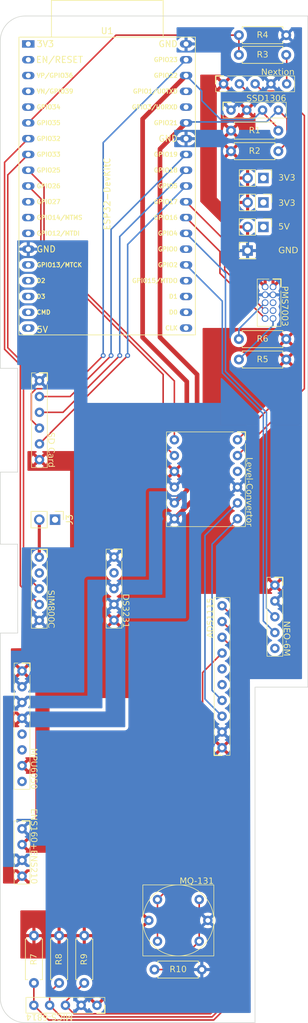
<source format=kicad_pcb>
(kicad_pcb (version 20240108) (generator "pcbnew") (generator_version "8.0")
  (title_block (title "opaque: Open-source Portable Air Quality Unit & Evaluator") (date "2024-12-17") (rev "R1.0") (company "Barkın Özsoy (barkolorious)") (comment 1 "TÜBİTAK 2204-D"))
  (layers (0 "F.Cu" signal) (31 "B.Cu" signal) (34 "B.Paste" user) (35 "F.Paste" user) (36 "B.SilkS" user "B.Silkscreen") (37 "F.SilkS" user "F.Silkscreen") (38 "B.Mask" user) (39 "F.Mask" user) (44 "Edge.Cuts" user))
  (net 0 "")
  (net 2 "5V")
  (net 3 "4V")
  (net 6 "3V3")
  (net 8 "BAT_{Level}")
  (net 9 "BAT_{Charge}")
  (net 10 "BTN_{Record}")
  (net 11 "BTN_{Backup}")
  (net 12 "SCL")
  (net 13 "SDA")
  (net 14 "Net-(U11-INT)")
  (net 15 "INT_{Nextion}")
  (net 16 "GND")
  (net 17 "Net-(U12-SET)")
  (net 18 "Net-(U12-RESET)")
  (net 19 "Net-(U10-A2)")
  (net 20 "Net-(U10-A1)")
  (net 21 "Net-(U10-A0)")
  (net 22 "Net-(R10-Pad1)")
  (net 24 "RX_{PMS7003}")
  (net 27 "RX_{SIM800C}")
  (net 28 "TX_{SIM800C}")
  (net 33 "CLK")
  (net 35 "~{CS}_{SD}")
  (net 36 "TX_{PMS7003}")
  (net 40 "MISO")
  (net 41 "RX_{Nextion}")
  (net 42 "TX_{Nextion}")
  (net 44 "RX_{NEO-6M}")
  (net 47 "MOSI")
  (net 49 "TX_{NEO-6M}")
  (net 56 "Net-(U11-RXD)")
  (net 57 "Net-(U11-TXD)")
  (net 58 "Net-(U10-SCL)")
  (net 59 "Net-(U10-SDA)")
  (net 64 "Net-(U10-A3)")
  (footprint "Connector_PinHeader_2.54mm:PinHeader_1x02_P2.54mm_Vertical" (layer "F.Cu") (at 77.343 59.944 -90)
    (property "Reference" "J2" (hide yes))
    (property "Value" "Conn_01x02_Pin" (hide yes))
    (pad "1" thru_hole rect (at 0 0 270) (size 1.7 1.7) (drill 1) (layers "*.Cu" "*.Mask"))
    (pad "2" thru_hole oval (at 0 2.54 270) (size 1.7 1.7) (drill 1) (layers "*.Cu" "*.Mask") (net 2 "5V"))
  )
  (footprint "opaque-components:MPU6050" (layer "F.Cu") (at 38.5 140.29 -90)
    (property "Reference" "U3" (hide yes))
    (property "Value" "~")
    (fp_text user "MPU6050" (at 10.16 -1.27 -90) (layer "F.SilkS") (effects (font (thickness 0.1)) (justify right bottom)))
    (pad "1" thru_hole circle (at -8.89 0 270) (size 1.524 1.524) (drill 0.762) (layers "*.Cu" "*.Mask") (net 6 "3V3"))
    (pad "2" thru_hole circle (at -6.35 0 270) (size 1.524 1.524) (drill 0.762) (layers "*.Cu" "*.Mask") (net 16 "GND"))
    (pad "3" thru_hole circle (at -3.81 0 270) (size 1.524 1.524) (drill 0.762) (layers "*.Cu" "*.Mask") (net 12 "SCL"))
    (pad "4" thru_hole circle (at -1.27 0 270) (size 1.524 1.524) (drill 0.762) (layers "*.Cu" "*.Mask") (net 13 "SDA"))
    (pad "5" thru_hole circle (at 1.27 0 270) (size 1.524 1.524) (drill 0.762) (layers "*.Cu" "*.Mask"))
    (pad "6" thru_hole circle (at 3.81 0 270) (size 1.524 1.524) (drill 0.762) (layers "*.Cu" "*.Mask"))
    (pad "7" thru_hole circle (at 6.35 0 270) (size 1.524 1.524) (drill 0.762) (layers "*.Cu" "*.Mask") (net 6 "3V3"))
    (pad "8" thru_hole circle (at 8.89 0 270) (size 1.524 1.524) (drill 0.762) (layers "*.Cu" "*.Mask"))
  )
  (footprint "opaque-components:ENS160+ENS210" (layer "F.Cu") (at 38.5 160.61 -90)
    (property "Reference" "U4" (hide yes))
    (property "Value" "~")
    (fp_text user "ENS160+ENS210" (at 5.08 -1.27 -90) (layer "F.SilkS") (effects (font (thickness 0.1)) (justify right bottom)))
    (pad "1" thru_hole circle (at -3.81 0 270) (size 1.524 1.524) (drill 0.762) (layers "*.Cu" "*.Mask") (net 16 "GND"))
    (pad "2" thru_hole circle (at -1.27 0 270) (size 1.524 1.524) (drill 0.762) (layers "*.Cu" "*.Mask") (net 6 "3V3"))
    (pad "3" thru_hole circle (at 1.27 0 270) (size 1.524 1.524) (drill 0.762) (layers "*.Cu" "*.Mask") (net 12 "SCL"))
    (pad "4" thru_hole circle (at 3.81 0 270) (size 1.524 1.524) (drill 0.762) (layers "*.Cu" "*.Mask") (net 13 "SDA"))
  )
  (footprint "Resistor_THT:R_Axial_DIN0207_L6.3mm_D2.5mm_P7.62mm_Horizontal" (layer "F.Cu") (at 81.026 29.083 180)
    (property "Reference" "R4" (at 3.81 0 0) (layer "F.SilkS"))
    (property "Value" "10kΩ")
    (pad "1" thru_hole circle (at 0 0 180) (size 1.6 1.6) (drill 0.8) (layers "*.Cu" "*.Mask") (net 16 "GND"))
    (pad "2" thru_hole oval (at 7.62 0 180) (size 1.6 1.6) (drill 0.8) (layers "*.Cu" "*.Mask") (net 15 "INT_{Nextion}"))
  )
  (footprint "opaque-components:Level-Convertor" (layer "F.Cu") (at 68.1 100.55 -90)
    (property "Reference" "U9" (hide yes))
    (property "Value" "~")
    (fp_text user "Level-Convertor" (at 7.62 -6.35 -90) (layer "F.SilkS") (effects (font (thickness 0.1)) (justify right bottom)))
    (pad "1" thru_hole circle (at -6.35 -5.08 270) (size 1.524 1.524) (drill 0.762) (layers "*.Cu" "*.Mask") (net 57 "Net-(U11-TXD)"))
    (pad "2" thru_hole circle (at -3.81 -5.08 270) (size 1.524 1.524) (drill 0.762) (layers "*.Cu" "*.Mask") (net 56 "Net-(U11-RXD)"))
    (pad "3" thru_hole circle (at -1.27 -5.08 270) (size 1.524 1.524) (drill 0.762) (layers "*.Cu" "*.Mask") (net 2 "5V"))
    (pad "4" thru_hole circle (at 1.27 -5.08 270) (size 1.524 1.524) (drill 0.762) (layers "*.Cu" "*.Mask") (net 16 "GND"))
    (pad "5" thru_hole circle (at 3.81 -5.08 270) (size 1.524 1.524) (drill 0.762) (layers "*.Cu" "*.Mask") (net 58 "Net-(U10-SCL)"))
    (pad "6" thru_hole circle (at 6.35 -5.08 270) (size 1.524 1.524) (drill 0.762) (layers "*.Cu" "*.Mask") (net 59 "Net-(U10-SDA)"))
    (pad "7" thru_hole circle (at -6.35 5.08 270) (size 1.524 1.524) (drill 0.762) (layers "*.Cu" "*.Mask") (net 42 "TX_{Nextion}"))
    (pad "8" thru_hole circle (at -3.81 5.08 270) (size 1.524 1.524) (drill 0.762) (layers "*.Cu" "*.Mask") (net 41 "RX_{Nextion}"))
    (pad "9" thru_hole circle (at -1.27 5.08 270) (size 1.524 1.524) (drill 0.762) (layers "*.Cu" "*.Mask") (net 6 "3V3"))
    (pad "10" thru_hole circle (at 1.27 5.08 270) (size 1.524 1.524) (drill 0.762) (layers "*.Cu" "*.Mask") (net 16 "GND"))
    (pad "11" thru_hole circle (at 3.81 5.08 270) (size 1.524 1.524) (drill 0.762) (layers "*.Cu" "*.Mask") (net 12 "SCL"))
    (pad "12" thru_hole circle (at 6.35 5.08 270) (size 1.524 1.524) (drill 0.762) (layers "*.Cu" "*.Mask") (net 13 "SDA"))
  )
  (footprint "Resistor_THT:R_Axial_DIN0207_L6.3mm_D2.5mm_P7.62mm_Horizontal" (layer "F.Cu") (at 81.026 81.28 180)
    (property "Reference" "R5" (at 3.81 -0.014 0) (layer "F.SilkS"))
    (property "Value" "10kΩ")
    (pad "1" thru_hole circle (at 0 0 180) (size 1.6 1.6) (drill 0.8) (layers "*.Cu" "*.Mask") (net 6 "3V3"))
    (pad "2" thru_hole oval (at 7.62 0 180) (size 1.6 1.6) (drill 0.8) (layers "*.Cu" "*.Mask") (net 17 "Net-(U12-SET)"))
  )
  (footprint "PCM_Espressif:ESP32-DevKitC" (layer "F.Cu") (at 39.5 30.5)
    (property "Reference" "U1" (at 12.7 -2.1 0) (layer "F.SilkS"))
    (property "Value" "ESP32-DevKitC" (at 12.7 24.13 90) (layer "F.SilkS"))
    (fp_text user "GPIO15/MTDO" (at 24.13 38.1 0) (layer "F.SilkS") (effects (font (size 0.7 0.7)) (justify right)))
    (fp_text user "GPIO35" (at 1.27 12.7 0) (layer "F.SilkS") (effects (font (size 0.7 0.7)) (justify left)))
    (fp_text user "GPIO4" (at 24.13 30.48 0) (layer "F.SilkS") (effects (font (size 0.7 0.7)) (justify right)))
    (fp_text user "GPIO3/U0RXD" (at 24.13 10.16 0) (layer "F.SilkS") (effects (font (size 0.7 0.7)) (justify right)))
    (fp_text user "GND" (at 1.27 33.02 0) (layer "F.SilkS") (effects (justify left)))
    (fp_text user "GND" (at 24.13 15.24 0) (layer "F.SilkS") (effects (justify right)))
    (fp_text user "GPIO34" (at 1.27 10.16 0) (layer "F.SilkS") (effects (font (size 0.7 0.7)) (justify left)))
    (fp_text user "GPIO26" (at 1.27 22.86 0) (layer "F.SilkS") (effects (font (size 0.7 0.7)) (justify left)))
    (fp_text user "GPIO27" (at 1.27 25.4 0) (layer "F.SilkS") (effects (font (size 0.7 0.7)) (justify left)))
    (fp_text user "CLK" (at 24.13 45.72 0) (layer "F.SilkS") (effects (font (size 0.7 0.7)) (justify right)))
    (fp_text user "D3" (at 1.27 40.64 0) (layer "F.SilkS") (effects (font (size 0.7 0.7)) (justify left)))
    (fp_text user "GPIO14/MTMS" (at 1.27 27.94 0) (layer "F.SilkS") (effects (font (size 0.7 0.7)) (justify left)))
    (fp_text user "GPIO12/MTDI" (at 1.27 30.48 0) (layer "F.SilkS") (effects (font (size 0.7 0.7)) (justify left)))
    (fp_text user "GPIO2" (at 24.13 35.56 0) (layer "F.SilkS") (effects (font (size 0.7 0.7)) (justify right)))
    (fp_text user "GPIO1/U0TXD" (at 24.13 7.62 0) (layer "F.SilkS") (effects (font (size 0.7 0.7)) (justify right)))
    (fp_text user "GPIO21" (at 24.13 12.7 0) (layer "F.SilkS") (effects (font (size 0.7 0.7)) (justify right)))
    (fp_text user "GPIO19" (at 24.13 17.78 0) (layer "F.SilkS") (effects (font (size 0.7 0.7)) (justify right)))
    (fp_text user "VN/GPIO39" (at 1.27 7.62 0) (layer "F.SilkS") (effects (font (size 0.7 0.7)) (justify left)))
    (fp_text user "5V" (at 1.26632 45.97128 0) (layer "F.SilkS") (effects (justify left)))
    (fp_text user "CMD" (at 1.27 43.18 0) (layer "F.SilkS") (effects (font (size 0.7 0.7)) (justify left)))
    (fp_text user "GPIO32" (at 1.27 15.24 0) (layer "F.SilkS") (effects (font (size 0.7 0.7)) (justify left)))
    (fp_text user "GPIO23" (at 24.13 2.54 0) (layer "F.SilkS") (effects (font (size 0.7 0.7)) (justify right)))
    (fp_text user "GPIO33" (at 1.27 17.78 0) (layer "F.SilkS") (effects (font (size 0.7 0.7)) (justify left)))
    (fp_text user "GND" (at 24.13 0 0) (layer "F.SilkS") (effects (justify right)))
    (fp_text user "GPIO17" (at 24.13 25.4 0) (layer "F.SilkS") (effects (font (size 0.7 0.7)) (justify right)))
    (fp_text user "VP/GPIO36" (at 1.27 5.08 0) (layer "F.SilkS") (effects (font (size 0.7 0.7)) (justify left)))
    (fp_text user "GPIO16" (at 24.13 27.94 0) (layer "F.SilkS") (effects (font (size 0.7 0.7)) (justify right)))
    (fp_text user "EN/RESET" (at 8.88632 2.53728 0) (layer "F.SilkS") (effects (justify right)))
    (fp_text user "D1" (at 24.13 40.64 0) (layer "F.SilkS") (effects (font (size 0.7 0.7)) (justify right)))
    (fp_text user "GPIO25" (at 1.27 20.32 0) (layer "F.SilkS") (effects (font (size 0.7 0.7)) (justify left)))
    (fp_text user "3V3" (at 1.27 0 0) (layer "F.SilkS") (effects (justify left)))
    (fp_text user "D2" (at 1.27 38.1 0) (layer "F.SilkS") (effects (font (size 0.7 0.7)) (justify left)))
    (fp_text user "D0" (at 24.13 43.18 0) (layer "F.SilkS") (effects (font (size 0.7 0.7)) (justify right)))
    (fp_text user "GPIO13/MTCK" (at 1.27 35.56 0) (layer "F.SilkS") (effects (font (size 0.7 0.7)) (justify left)))
    (fp_text user "GPIO18" (at 24.13 20.32 0) (layer "F.SilkS") (effects (font (size 0.7 0.7)) (justify right)))
    (fp_text user "GPIO22" (at 24.13 5.08 0) (layer "F.SilkS") (effects (font (size 0.7 0.7)) (justify right)))
    (fp_text user "GPIO0" (at 24.13 33.02 0) (layer "F.SilkS") (effects (font (size 0.7 0.7)) (justify right)))
    (fp_text user "GPIO5" (at 24.13 22.86 0) (layer "F.SilkS") (effects (font (size 0.7 0.7)) (justify right)))
    (pad "1" thru_hole rect (at 0 0 270) (size 1.2 2) (drill 0.8) (layers "*.Cu" "*.Mask") (net 6 "3V3"))
    (pad "2" thru_hole oval (at 0 2.54 270) (size 1.2 2) (drill 0.8) (layers "*.Cu" "*.Mask"))
    (pad "3" thru_hole oval (at 0 5.08 270) (size 1.2 2) (drill 0.8) (layers "*.Cu" "*.Mask"))
    (pad "4" thru_hole oval (at 0 7.62 270) (size 1.2 2) (drill 0.8) (layers "*.Cu" "*.Mask"))
    (pad "5" thru_hole oval (at 0 10.16 270) (size 1.2 2) (drill 0.8) (layers "*.Cu" "*.Mask") (net 8 "BAT_{Level}"))
    (pad "6" thru_hole oval (at 0 12.7 270) (size 1.2 2) (drill 0.8) (layers "*.Cu" "*.Mask") (net 15 "INT_{Nextion}"))
    (pad "7" thru_hole oval (at 0 15.24 270) (size 1.2 2) (drill 0.8) (layers "*.Cu" "*.Mask") (net 28 "TX_{SIM800C}"))
    (pad "8" thru_hole oval (at 0 17.78 270) (size 1.2 2) (drill 0.8) (layers "*.Cu" "*.Mask") (net 27 "RX_{SIM800C}"))
    (pad "9" thru_hole oval (at 0 20.32 270) (size 1.2 2) (drill 0.8) (layers "*.Cu" "*.Mask") (net 42 "TX_{Nextion}"))
    (pad "10" thru_hole oval (at 0 22.86 270) (size 1.2 2) (drill 0.8) (layers "*.Cu" "*.Mask") (net 41 "RX_{Nextion}"))
    (pad "11" thru_hole oval (at 0 25.4 270) (size 1.2 2) (drill 0.8) (layers "*.Cu" "*.Mask") (net 9 "BAT_{Charge}"))
    (pad "12" thru_hole oval (at 0 27.94 270) (size 1.2 2) (drill 0.8) (layers "*.Cu" "*.Mask"))
    (pad "13" thru_hole oval (at 0 30.48 270) (size 1.2 2) (drill 0.8) (layers "*.Cu" "*.Mask"))
    (pad "14" thru_hole oval (at 0 33.02 270) (size 1.2 2) (drill 0.8) (layers "*.Cu" "*.Mask") (net 16 "GND"))
    (pad "15" thru_hole oval (at 0 35.56 270) (size 1.2 2) (drill 0.8) (layers "*.Cu" "*.Mask"))
    (pad "16" thru_hole oval (at 0 38.1 270) (size 1.2 2) (drill 0.8) (layers "*.Cu" "*.Mask"))
    (pad "17" thru_hole oval (at 0 40.64 270) (size 1.2 2) (drill 0.8) (layers "*.Cu" "*.Mask"))
    (pad "18" thru_hole oval (at 0 43.18 270) (size 1.2 2) (drill 0.8) (layers "*.Cu" "*.Mask"))
    (pad "19" thru_hole oval (at 0 45.72 270) (size 1.2 2) (drill 0.8) (layers "*.Cu" "*.Mask"))
    (pad "20" thru_hole oval (at 25.39632 45.71728 270) (size 1.2 2) (drill 0.8) (layers "*.Cu" "*.Mask"))
    (pad "21" thru_hole oval (at 25.39632 43.17728 270) (size 1.2 2) (drill 0.8) (layers "*.Cu" "*.Mask"))
    (pad "22" thru_hole oval (at 25.4 40.64 270) (size 1.2 2) (drill 0.8) (layers "*.Cu" "*.Mask"))
    (pad "23" thru_hole oval (at 25.4 38.1 270) (size 1.2 2) (drill 0.8) (layers "*.Cu" "*.Mask") (net 11 "BTN_{Backup}"))
    (pad "24" thru_hole oval (at 25.4 35.56 270) (size 1.2 2) (drill 0.8) (layers "*.Cu" "*.Mask") (net 44 "RX_{NEO-6M}"))
    (pad "25" thru_hole oval (at 25.4 33.02 270) (size 1.2 2) (drill 0.8) (layers "*.Cu" "*.Mask") (net 10 "BTN_{Record}"))
    (pad "26" thru_hole oval (at 25.4 30.48 270) (size 1.2 2) (drill 0.8) (layers "*.Cu" "*.Mask") (net 49 "TX_{NEO-6M}"))
    (pad "27" thru_hole oval (at 25.4 27.94 270) (size 1.2 2) (drill 0.8) (layers "*.Cu" "*.Mask") (net 36 "TX_{PMS7003}"))
    (pad "28" thru_hole oval (at 25.4 25.4 270) (size 1.2 2) (drill 0.8) (layers "*.Cu" "*.Mask") (net 24 "RX_{PMS7003}"))
    (pad "29" thru_hole oval (at 25.4 22.86 270) (size 1.2 2) (drill 0.8) (layers "*.Cu" "*.Mask") (net 35 "~{CS}_{SD}"))
    (pad "30" thru_hole oval (at 25.4 20.32 270) (size 1.2 2) (drill 0.8) (layers "*.Cu" "*.Mask") (net 33 "CLK"))
    (pad "31" thru_hole oval (at 25.4 17.78 270) (size 1.2 2) (drill 0.8) (layers "*.Cu" "*.Mask") (net 40 "MISO"))
    (pad "32" thru_hole oval (at 25.4 15.24 270) (size 1.2 2) (drill 0.8) (layers "*.Cu" "*.Mask") (net 16 "GND"))
    (pad "33" thru_hole oval (at 25.4 12.7 270) (size 1.2 2) (drill 0.8) (layers "*.Cu" "*.Mask") (net 13 "SDA"))
    (pad "34" thru_hole oval (at 25.4 10.16 270) (size 1.2 2) (drill 0.8) (layers "*.Cu" "*.Mask"))
    (pad "35" thru_hole oval (at 25.4 7.62 270) (size 1.2 2) (drill 0.8) (layers "*.Cu" "*.Mask"))
    (pad "36" thru_hole oval (at 25.4 5.08 270) (size 1.2 2) (drill 0.8) (layers "*.Cu" "*.Mask") (net 12 "SCL"))
    (pad "37" thru_hole oval (at 25.4 2.54 270) (size 1.2 2) (drill 0.8) (layers "*.Cu" "*.Mask") (net 47 "MOSI"))
    (pad "38" thru_hole oval (at 25.4 0 270) (size 1.2 2) (drill 0.8) (layers "*.Cu" "*.Mask") (net 16 "GND"))
  )
  (footprint "Resistor_THT:R_Axial_DIN0207_L6.3mm_D2.5mm_P7.62mm_Horizontal" (layer "F.Cu") (at 72.136 47.752)
    (property "Reference" "R2" (at 3.81 0 0) (layer "F.SilkS"))
    (property "Value" "3.3kΩ")
    (pad "1" thru_hole circle (at 0 0) (size 1.6 1.6) (drill 0.8) (layers "*.Cu" "*.Mask") (net 6 "3V3"))
    (pad "2" thru_hole oval (at 7.62 0) (size 1.6 1.6) (drill 0.8) (layers "*.Cu" "*.Mask") (net 13 "SDA"))
  )
  (footprint "Resistor_THT:R_Axial_DIN0207_L6.3mm_D2.5mm_P7.62mm_Horizontal" (layer "F.Cu") (at 73.406 32.258)
    (property "Reference" "R3" (at 3.81 0 0) (layer "F.SilkS"))
    (property "Value" "5.6kΩ")
    (pad "1" thru_hole circle (at 0 0) (size 1.6 1.6) (drill 0.8) (layers "*.Cu" "*.Mask") (net 15 "INT_{Nextion}"))
    (pad "2" thru_hole oval (at 7.62 0) (size 1.6 1.6) (drill 0.8) (layers "*.Cu" "*.Mask") (net 14 "Net-(U11-INT)"))
  )
  (footprint "opaque-components:MQ-131" (layer "F.Cu") (at 63.658757 171.541243)
    (property "Reference" "U14" (hide yes))
    (property "Value" "~")
    (fp_text user "MQ-131" (at 5.715 -5.715 0) (layer "F.SilkS") (effects (font (thickness 0.1)) (justify right bottom)))
    (pad "1" thru_hole circle (at -3.358757 3.358757) (size 1.524 1.524) (drill 0.762) (layers "*.Cu" "*.Mask") (net 21 "Net-(U10-A0)"))
    (pad "2" thru_hole circle (at -4.75 0) (size 1.524 1.524) (drill 0.762) (layers "*.Cu" "*.Mask") (net 2 "5V"))
    (pad "3" thru_hole circle (at -3.358757 -3.358757) (size 1.524 1.524) (drill 0.762) (layers "*.Cu" "*.Mask") (net 21 "Net-(U10-A0)"))
    (pad "4" thru_hole circle (at 3.358757 -3.358757) (size 1.524 1.524) (drill 0.762) (layers "*.Cu" "*.Mask") (net 22 "Net-(R10-Pad1)"))
    (pad "5" thru_hole circle (at 4.75 0) (size 1.524 1.524) (drill 0.762) (layers "*.Cu" "*.Mask") (net 16 "GND"))
    (pad "6" thru_hole circle (at 3.358757 3.358757) (size 1.524 1.524) (drill 0.762) (layers "*.Cu" "*.Mask") (net 22 "Net-(R10-Pad1)"))
  )
  (footprint "opaque-components:SD_Card" (layer "F.Cu") (at 41.3 91.05 -90)
    (property "Reference" "U6" (hide yes))
    (property "Value" "~")
    (fp_text user "SD Card" (at 7.62 -1.27 -90) (layer "F.SilkS") (effects (font (thickness 0.1)) (justify right bottom)))
    (pad "1" thru_hole circle (at -6.35 0 270) (size 1.524 1.524) (drill 0.762) (layers "*.Cu" "*.Mask") (net 16 "GND"))
    (pad "2" thru_hole circle (at -3.81 0 270) (size 1.524 1.524) (drill 0.762) (layers "*.Cu" "*.Mask") (net 40 "MISO"))
    (pad "3" thru_hole circle (at -1.27 0 270) (size 1.524 1.524) (drill 0.762) (layers "*.Cu" "*.Mask") (net 33 "CLK"))
    (pad "4" thru_hole circle (at 1.27 0 270) (size 1.524 1.524) (drill 0.762) (layers "*.Cu" "*.Mask") (net 47 "MOSI"))
    (pad "5" thru_hole circle (at 3.81 0 270) (size 1.524 1.524) (drill 0.762) (layers "*.Cu" "*.Mask") (net 35 "~{CS}_{SD}"))
    (pad "6" thru_hole circle (at 6.35 0 270) (size 1.524 1.524) (drill 0.762) (layers "*.Cu" "*.Mask") (net 6 "3V3"))
  )
  (footprint "Connector_PinHeader_2.54mm:PinHeader_1x01_P2.54mm_Vertical" (layer "F.Cu") (at 74.803 63.754)
    (property "Reference" "J1" (hide yes))
    (property "Value" "Conn_01x01_Socket" (hide yes))
    (pad "1" thru_hole rect (at 0 0) (size 1.7 1.7) (drill 1) (layers "*.Cu" "*.Mask") (net 16 "GND"))
  )
  (footprint "opaque-components:SIM800C" (layer "F.Cu") (at 41.275 117.54 -90)
    (property "Reference" "U5" (hide yes))
    (property "Value" "~")
    (fp_text user "SIM800C" (at 6.985 -1.27 -90) (layer "F.SilkS") (effects (font (thickness 0.1)) (justify right bottom)))
    (pad "1" thru_hole circle (at -4.445 0 270) (size 1.524 1.524) (drill 0.762) (layers "*.Cu" "*.Mask") (net 3 "4V"))
    (pad "2" thru_hole circle (at -1.905 0 270) (size 1.524 1.524) (drill 0.762) (layers "*.Cu" "*.Mask"))
    (pad "3" thru_hole circle (at 0.635 0 270) (size 1.524 1.524) (drill 0.762) (layers "*.Cu" "*.Mask") (net 27 "RX_{SIM800C}"))
    (pad "4" thru_hole circle (at 3.175 0 270) (size 1.524 1.524) (drill 0.762) (layers "*.Cu" "*.Mask") (net 28 "TX_{SIM800C}"))
    (pad "5" thru_hole circle (at 5.715 0 270) (size 1.524 1.524) (drill 0.762) (layers "*.Cu" "*.Mask") (net 16 "GND"))
  )
  (footprint "Connector_PinHeader_2.54mm:PinHeader_1x02_P2.54mm_Vertical" (layer "F.Cu") (at 77.348 56.007 -90)
    (property "Reference" "J4" (hide yes))
    (property "Value" "Conn_01x02_Pin" (hide yes))
    (pad "1" thru_hole rect (at 0 0 270) (size 1.7 1.7) (drill 1) (layers "*.Cu" "*.Mask"))
    (pad "2" thru_hole oval (at 0 2.54 270) (size 1.7 1.7) (drill 1) (layers "*.Cu" "*.Mask") (net 6 "3V3"))
  )
  (footprint "Resistor_THT:R_Axial_DIN0207_L6.3mm_D2.5mm_P7.62mm_Horizontal" (layer "F.Cu") (at 81.026 77.992 180)
    (property "Reference" "R6" (at 3.81 0 0) (layer "F.SilkS"))
    (property "Value" "10kΩ")
    (pad "1" thru_hole circle (at 0 0 180) (size 1.6 1.6) (drill 0.8) (layers "*.Cu" "*.Mask") (net 6 "3V3"))
    (pad "2" thru_hole oval (at 7.62 0 180) (size 1.6 1.6) (drill 0.8) (layers "*.Cu" "*.Mask") (net 18 "Net-(U12-RESET)"))
  )
  (footprint "Connector_PinHeader_2.54mm:PinHeader_1x02_P2.54mm_Vertical" (layer "F.Cu") (at 77.348 52.07 -90)
    (property "Reference" "J5" (hide yes))
    (property "Value" "Conn_01x02_Pin" (hide yes))
    (pad "1" thru_hole rect (at 0 0 270) (size 1.7 1.7) (drill 1) (layers "*.Cu" "*.Mask"))
    (pad "2" thru_hole oval (at 0 2.54 270) (size 1.7 1.7) (drill 1) (layers "*.Cu" "*.Mask") (net 6 "3V3"))
  )
  (footprint "opaque-components:NX4827P043" (layer "F.Cu") (at 76.02 36.92)
    (property "Reference" "U11" (hide yes))
    (property "Value" "~")
    (fp_text user "Nextion" (at 6.35 -1.27 0) (layer "F.SilkS") (effects (font (thickness 0.1)) (justify right bottom)))
    (pad "1" thru_hole circle (at -5.08 0) (size 1.524 1.524) (drill 0.762) (layers "*.Cu" "*.Mask") (net 2 "5V"))
    (pad "2" thru_hole circle (at -2.54 0) (size 1.524 1.524) (drill 0.762) (layers "*.Cu" "*.Mask") (net 57 "Net-(U11-TXD)"))
    (pad "3" thru_hole circle (at 0 0) (size 1.524 1.524) (drill 0.762) (layers "*.Cu" "*.Mask") (net 56 "Net-(U11-RXD)"))
    (pad "4" thru_hole circle (at 2.54 0) (size 1.524 1.524) (drill 0.762) (layers "*.Cu" "*.Mask") (net 16 "GND"))
    (pad "5" thru_hole circle (at 5.08 0) (size 1.524 1.524) (drill 0.762) (layers "*.Cu" "*.Mask") (net 14 "Net-(U11-INT)"))
  )
  (footprint "opaque-components:NEO-6M" (layer "F.Cu") (at 79.2 122.68 -90)
    (property "Reference" "U7" (hide yes))
    (property "Value" "~")
    (fp_text user "NEO-6M" (at 6.35 -1.27 -90) (layer "F.SilkS") (effects (font (thickness 0.1)) (justify right bottom)))
    (pad "1" thru_hole circle (at -5.08 0 270) (size 1.524 1.524) (drill 0.762) (layers "*.Cu" "*.Mask") (net 6 "3V3"))
    (pad "2" thru_hole circle (at -2.54 0 270) (size 1.524 1.524) (drill 0.762) (layers "*.Cu" "*.Mask") (net 16 "GND"))
    (pad "3" thru_hole circle (at 0 0 270) (size 1.524 1.524) (drill 0.762) (layers "*.Cu" "*.Mask") (net 49 "TX_{NEO-6M}"))
    (pad "4" thru_hole circle (at 2.54 0 270) (size 1.524 1.524) (drill 0.762) (layers "*.Cu" "*.Mask") (net 44 "RX_{NEO-6M}"))
    (pad "5" thru_hole circle (at 5.08 0 270) (size 1.524 1.524) (drill 0.762) (layers "*.Cu" "*.Mask"))
  )
  (footprint "Connector_PinHeader_2.54mm:PinHeader_1x02_P2.54mm_Vertical" (layer "F.Cu") (at 43.815 107.05 -90)
    (property "Reference" "J3" (at 0 -2.33 90) (layer "F.SilkS"))
    (property "Value" "Conn_01x02_Pin" (hide yes))
    (pad "1" thru_hole rect (at 0 0 270) (size 1.7 1.7) (drill 1) (layers "*.Cu" "*.Mask"))
    (pad "2" thru_hole oval (at 0 2.54 270) (size 1.7 1.7) (drill 1) (layers "*.Cu" "*.Mask") (net 3 "4V"))
  )
  (footprint "Resistor_THT:R_Axial_DIN0207_L6.3mm_D2.5mm_P7.62mm_Horizontal" (layer "F.Cu") (at 72.136 44.45)
    (property "Reference" "R1" (at 3.81 0 0) (layer "F.SilkS"))
    (property "Value" "3.3kΩ")
    (pad "1" thru_hole circle (at 0 0) (size 1.6 1.6) (drill 0.8) (layers "*.Cu" "*.Mask") (net 6 "3V3"))
    (pad "2" thru_hole oval (at 7.62 0) (size 1.6 1.6) (drill 0.8) (layers "*.Cu" "*.Mask") (net 12 "SCL"))
  )
  (footprint "Resistor_THT:R_Axial_DIN0207_L6.3mm_D2.5mm_P7.62mm_Horizontal" (layer "F.Cu") (at 48.514 181.61 90)
    (property "Reference" "R9" (at 3.81 0 90) (layer "F.SilkS"))
    (property "Value" "47kΩ")
    (pad "1" thru_hole circle (at 0 0 90) (size 1.6 1.6) (drill 0.8) (layers "*.Cu" "*.Mask") (net 20 "Net-(U10-A1)"))
    (pad "2" thru_hole oval (at 7.62 0 90) (size 1.6 1.6) (drill 0.8) (layers "*.Cu" "*.Mask") (net 2 "5V"))
  )
  (footprint "Resistor_THT:R_Axial_DIN0207_L6.3mm_D2.5mm_P7.62mm_Horizontal" (layer "F.Cu") (at 44.464 181.61 90)
    (property "Reference" "R8" (at 3.81 0 90) (layer "F.SilkS"))
    (property "Value" "47kΩ")
    (pad "1" thru_hole circle (at 0 0 90) (size 1.6 1.6) (drill 0.8) (layers "*.Cu" "*.Mask") (net 19 "Net-(U10-A2)"))
    (pad "2" thru_hole oval (at 7.62 0 90) (size 1.6 1.6) (drill 0.8) (layers "*.Cu" "*.Mask") (net 2 "5V"))
  )
  (footprint "opaque-components:SSD1306" (layer "F.Cu") (at 75.946 41.148)
    (property "Reference" "U8" (hide yes))
    (property "Value" "~")
    (fp_text user "SSD1306" (at 5.08 -1.27 0) (layer "F.SilkS") (effects (font (thickness 0.1)) (justify right bottom)))
    (pad "1" thru_hole circle (at -3.81 0) (size 1.524 1.524) (drill 0.762) (layers "*.Cu" "*.Mask") (net 16 "GND"))
    (pad "2" thru_hole circle (at -1.27 0) (size 1.524 1.524) (drill 0.762) (layers "*.Cu" "*.Mask") (net 6 "3V3"))
    (pad "3" thru_hole circle (at 1.27 0) (size 1.524 1.524) (drill 0.762) (layers "*.Cu" "*.Mask") (net 12 "SCL"))
    (pad "4" thru_hole circle (at 3.81 0) (size 1.524 1.524) (drill 0.762) (layers "*.Cu" "*.Mask") (net 13 "SDA"))
  )
  (footprint "opaque-components:MICS-6814" (layer "F.Cu") (at 45.48 185.2 180)
    (property "Reference" "U13" (hide yes))
    (property "Value" "~")
    (fp_text user "MICS-6814" (at 6.35 -1.27 180) (layer "F.SilkS") (effects (font (thickness 0.1)) (justify right bottom)))
    (pad "1" thru_hole circle (at -5.08 0 180) (size 1.524 1.524) (drill 0.762) (layers "*.Cu" "*.Mask") (net 2 "5V"))
    (pad "2" thru_hole circle (at -2.54 0 180) (size 1.524 1.524) (drill 0.762) (layers "*.Cu" "*.Mask") (net 16 "GND"))
    (pad "3" thru_hole circle (at 0 0 180) (size 1.524 1.524) (drill 0.762) (layers "*.Cu" "*.Mask") (net 20 "Net-(U10-A1)"))
    (pad "4" thru_hole circle (at 2.54 0 180) (size 1.524 1.524) (drill 0.762) (layers "*.Cu" "*.Mask") (net 19 "Net-(U10-A2)"))
    (pad "5" thru_hole circle (at 5.08 0 180) (size 1.524 1.524) (drill 0.762) (layers "*.Cu" "*.Mask") (net 64 "Net-(U10-A3)"))
  )
  (footprint "Resistor_THT:R_Axial_DIN0207_L6.3mm_D2.5mm_P7.62mm_Horizontal" (layer "F.Cu") (at 59.817 179.451)
    (property "Reference" "R10" (at 3.81 0 0) (layer "F.SilkS"))
    (property "Value" "1MΩ")
    (pad "1" thru_hole circle (at 0 0) (size 1.6 1.6) (drill 0.8) (layers "*.Cu" "*.Mask") (net 22 "Net-(R10-Pad1)"))
    (pad "2" thru_hole oval (at 7.62 0) (size 1.6 1.6) (drill 0.8) (layers "*.Cu" "*.Mask") (net 16 "GND"))
  )
  (footprint "Resistor_THT:R_Axial_DIN0207_L6.3mm_D2.5mm_P7.62mm_Horizontal" (layer "F.Cu") (at 40.414 181.61 90)
    (property "Reference" "R7" (at 3.81 0 90) (layer "F.SilkS"))
    (property "Value" "47kΩ")
    (pad "1" thru_hole circle (at 0 0 90) (size 1.6 1.6) (drill 0.8) (layers "*.Cu" "*.Mask") (net 64 "Net-(U10-A3)"))
    (pad "2" thru_hole oval (at 7.62 0 90) (size 1.6 1.6) (drill 0.8) (layers "*.Cu" "*.Mask") (net 2 "5V"))
  )
  (footprint "opaque-components:PMS7003" (layer "F.Cu") (at 78.265 72.14 -90)
    (property "Reference" "U12" (hide yes))
    (property "Value" "~")
    (fp_text user "PMS7003" (at 3.81 -1.905 -90) (layer "F.SilkS") (effects (font (thickness 0.1)) (justify right bottom)))
    (pad "1" thru_hole circle (at -2.54 0.635 270) (size 1.1 1.1) (drill 0.762) (layers "*.Cu" "*.Mask") (net 2 "5V"))
    (pad "2" thru_hole circle (at -2.54 -0.635 270) (size 1.1 1.1) (drill 0.762) (layers "*.Cu" "*.Mask") (net 2 "5V"))
    (pad "3" thru_hole circle (at -1.27 0.635 270) (size 1.1 1.1) (drill 0.762) (layers "*.Cu" "*.Mask") (net 16 "GND"))
    (pad "4" thru_hole circle (at -1.27 -0.635 270) (size 1.1 1.1) (drill 0.762) (layers "*.Cu" "*.Mask") (net 16 "GND"))
    (pad "5" thru_hole circle (at 0 0.635 270) (size 1.1 1.1) (drill 0.762) (layers "*.Cu" "*.Mask") (net 18 "Net-(U12-RESET)"))
    (pad "6" thru_hole circle (at 0 -0.635 270) (size 1.1 1.1) (drill 0.762) (layers "*.Cu" "*.Mask"))
    (pad "7" thru_hole circle (at 1.27 0.635 270) (size 1.1 1.1) (drill 0.762) (layers "*.Cu" "*.Mask") (net 24 "RX_{PMS7003}"))
    (pad "8" thru_hole circle (at 1.27 -0.635 270) (size 1.1 1.1) (drill 0.762) (layers "*.Cu" "*.Mask"))
    (pad "9" thru_hole circle (at 2.54 0.635 270) (size 1.1 1.1) (drill 0.762) (layers "*.Cu" "*.Mask") (net 36 "TX_{PMS7003}"))
    (pad "10" thru_hole circle (at 2.54 -0.635 270) (size 1.1 1.1) (drill 0.762) (layers "*.Cu" "*.Mask") (net 17 "Net-(U12-SET)"))
  )
  (footprint "opaque-components:DS3231" (layer "F.Cu") (at 53.3 118.15 -90)
    (property "Reference" "U2" (hide yes))
    (property "Value" "~")
    (fp_text user "DS3231" (at 6.35 -1.27 -90) (layer "F.SilkS") (effects (font (thickness 0.1)) (justify right bottom)))
    (pad "1" thru_hole circle (at -5.08 0 270) (size 1.524 1.524) (drill 0.762) (layers "*.Cu" "*.Mask") (net 16 "GND"))
    (pad "2" thru_hole circle (at -2.54 0 270) (size 1.524 1.524) (drill 0.762) (layers "*.Cu" "*.Mask"))
    (pad "3" thru_hole circle (at 0 0 270) (size 1.524 1.524) (drill 0.762) (layers "*.Cu" "*.Mask") (net 12 "SCL"))
    (pad "4" thru_hole circle (at 2.54 0 270) (size 1.524 1.524) (drill 0.762) (layers "*.Cu" "*.Mask") (net 13 "SDA"))
    (pad "5" thru_hole circle (at 5.08 0 270) (size 1.524 1.524) (drill 0.762) (layers "*.Cu" "*.Mask") (net 6 "3V3"))
  )
  (footprint "clipboard:4caf8f08-ef57-4cd8-b036-9392498239b6" (layer "F.Cu") (at 39.116 186.436 180)
    (property "Reference" "" (at 0 0 0) (layer "F.SilkS") (effects (font (size 1.27 1.27))))
    (property "Value" "")
  )
  (footprint "opaque-components:ADS1115" (layer "F.Cu") (at 70.7 132.33 90)
    (property "Reference" "U10" (hide yes))
    (property "Value" "~")
    (fp_text user "ADS1115" (at 12.7 -1.27 90) (layer "F.SilkS") (effects (font (thickness 0.1)) (justify right bottom)))
    (pad "1" thru_hole circle (at -11.43 0 90) (size 1.524 1.524) (drill 0.762) (layers "*.Cu" "*.Mask") (net 2 "5V"))
    (pad "2" thru_hole circle (at -8.89 0 90) (size 1.524 1.524) (drill 0.762) (layers "*.Cu" "*.Mask") (net 16 "GND"))
    (pad "3" thru_hole circle (at -6.35 0 90) (size 1.524 1.524) (drill 0.762) (layers "*.Cu" "*.Mask") (net 58 "Net-(U10-SCL)"))
    (pad "4" thru_hole circle (at -3.81 0 90) (size 1.524 1.524) (drill 0.762) (layers "*.Cu" "*.Mask") (net 59 "Net-(U10-SDA)"))
    (pad "5" thru_hole circle (at -1.27 0 90) (size 1.524 1.524) (drill 0.762) (layers "*.Cu" "*.Mask"))
    (pad "6" thru_hole circle (at 1.27 0 90) (size 1.524 1.524) (drill 0.762) (layers "*.Cu" "*.Mask"))
    (pad "7" thru_hole circle (at 3.81 0 90) (size 1.524 1.524) (drill 0.762) (layers "*.Cu" "*.Mask") (net 21 "Net-(U10-A0)"))
    (pad "8" thru_hole circle (at 6.35 0 90) (size 1.524 1.524) (drill 0.762) (layers "*.Cu" "*.Mask") (net 20 "Net-(U10-A1)"))
    (pad "9" thru_hole circle (at 8.89 0 90) (size 1.524 1.524) (drill 0.762) (layers "*.Cu" "*.Mask") (net 19 "Net-(U10-A2)"))
    (pad "10" thru_hole circle (at 11.43 0 90) (size 1.524 1.524) (drill 0.762) (layers "*.Cu" "*.Mask") (net 64 "Net-(U10-A3)"))
  )
  (gr_line (start 76 134) (end 76 188) (stroke (width 0.1)) (layer "Edge.Cuts"))
  (gr_line (start 37.8 125.3) (end 37.8 111) (stroke (width 0.1)) (layer "Edge.Cuts"))
  (gr_line (start 84.5 134) (end 76 134) (stroke (width 0.1)) (layer "Edge.Cuts"))
  (gr_line (start 84.5 26) (end 84.5 134) (stroke (width 0.1)) (layer "Edge.Cuts"))
  (gr_line (start 37.8 99.4) (end 37.8 82.7) (stroke (width 0.1)) (layer "Edge.Cuts"))
  (gr_line (start 39 26) (end 84.5 26) (stroke (width 0.1)) (layer "Edge.Cuts"))
  (gr_arc (start 35 30) (mid 36.171573 27.171573) (end 39 26) (stroke (width 0.1)) (layer "Edge.Cuts"))
  (gr_line (start 35 99.4) (end 37.8 99.4) (stroke (width 0.1)) (layer "Edge.Cuts"))
  (gr_line (start 35 125.3) (end 37.8 125.3) (stroke (width 0.1)) (layer "Edge.Cuts"))
  (gr_line (start 37.8 82.7) (end 35 82.7) (stroke (width 0.1)) (layer "Edge.Cuts"))
  (gr_line (start 35 184) (end 35 125.3) (stroke (width 0.1)) (layer "Edge.Cuts"))
  (gr_arc (start 39 188) (mid 36.171573 186.828427) (end 35 184) (stroke (width 0.1)) (layer "Edge.Cuts"))
  (gr_line (start 76 188) (end 39 188) (stroke (width 0.1)) (layer "Edge.Cuts"))
  (gr_line (start 35 111) (end 35 99.4) (stroke (width 0.1)) (layer "Edge.Cuts"))
  (gr_line (start 35 82.7) (end 35 30) (stroke (width 0.1)) (layer "Edge.Cuts"))
  (gr_line (start 37.8 111) (end 35 111) (stroke (width 0.1)) (layer "Edge.Cuts"))
  (gr_text "3V3" (at 79.756 56.134 0) (layer "F.SilkS") (effects (font (size 1 1)) (justify left)))
  (gr_text "5V" (at 79.756 59.944 0) (layer "F.SilkS") (effects (font (size 1 1)) (justify left)))
  (gr_text "GND" (at 79.756 63.754 0) (layer "F.SilkS") (effects (font (size 1 1)) (justify left)))
  (gr_text "3V3" (at 79.756 52.07 0) (layer "F.SilkS") (effects (font (size 1 1)) (justify left)))
  (segment (start 77.63 69.6) (end 77.63 67.851) (width 0.5) (layer "F.Cu") (net 2))
  (segment (start 78.9 69.6) (end 78.9 67.818) (width 0.5) (layer "F.Cu") (net 2))
  (segment (start 41.275 113.095) (end 41.275 107.05) (width 0.5) (layer "F.Cu") (net 3))
  (segment (start 79.756 44.45) (end 79.756 44.069) (width 0.25) (layer "F.Cu") (net 12))
  (segment (start 65.024 102.356) (end 65.024 84.836) (width 0.75) (layer "F.Cu") (net 12))
  (segment (start 63.02 104.36) (end 65.024 102.356) (width 0.75) (layer "F.Cu") (net 12))
  (segment (start 79.756 44.069) (end 77.216 41.529) (width 0.25) (layer "F.Cu") (net 12))
  (segment (start 65.024 84.836) (end 57.912 77.724) (width 0.75) (layer "F.Cu") (net 12))
  (segment (start 57.912 77.724) (end 57.912 42.568) (width 0.75) (layer "F.Cu") (net 12))
  (segment (start 57.912 42.568) (end 64.9 35.58) (width 0.75) (layer "F.Cu") (net 12))
  (segment (start 77.216 41.529) (end 77.216 41.148) (width 0.25) (layer "F.Cu") (net 12))
  (segment (start 77.216 41.148) (end 75.692 42.672) (width 0.25) (layer "B.Cu") (net 12))
  (segment (start 67.437 38.1) (end 64.917 35.58) (width 0.25) (layer "B.Cu") (net 12))
  (segment (start 61.468 103.251) (end 64.516 103.251) (width 0.25) (layer "B.Cu") (net 12))
  (segment (start 67.437 39.624) (end 67.437 38.1) (width 0.25) (layer "B.Cu") (net 12))
  (segment (start 64.917 35.58) (end 64.9 35.58) (width 0.25) (layer "B.Cu") (net 12))
  (segment (start 70.485 42.672) (end 67.437 39.624) (width 0.25) (layer "B.Cu") (net 12))
  (segment (start 75.692 42.672) (end 70.485 42.672) (width 0.25) (layer "B.Cu") (net 12))
  (segment (start 81.153 46.355) (end 79.756 47.752) (width 0.25) (layer "F.Cu") (net 13))
  (segment (start 79.756 41.148) (end 81.153 42.545) (width 0.25) (layer "F.Cu") (net 13))
  (segment (start 60.706 77.724) (end 60.706 47.394) (width 0.75) (layer "F.Cu") (net 13))
  (segment (start 81.153 42.545) (end 81.153 46.355) (width 0.25) (layer "F.Cu") (net 13))
  (segment (start 63.02 106.9) (end 66.675 103.245) (width 0.75) (layer "F.Cu") (net 13))
  (segment (start 60.706 47.394) (end 64.9 43.2) (width 0.75) (layer "F.Cu") (net 13))
  (segment (start 66.675 83.693) (end 60.706 77.724) (width 0.75) (layer "F.Cu") (net 13))
  (segment (start 66.675 103.245) (end 66.675 83.693) (width 0.75) (layer "F.Cu") (net 13))
  (segment (start 77.855 43.049) (end 65.051 43.049) (width 0.25) (layer "B.Cu") (net 13))
  (segment (start 65.051 43.049) (end 64.9 43.2) (width 0.25) (layer "B.Cu") (net 13))
  (segment (start 79.756 41.148) (end 77.855 43.049) (width 0.25) (layer "B.Cu") (net 13))
  (segment (start 81.1 36.92) (end 81.1 32.332) (width 0.25) (layer "F.Cu") (net 14))
  (segment (start 81.1 32.332) (end 81.026 32.258) (width 0.25) (layer "F.Cu") (net 14))
  (segment (start 73.406 29.083) (end 53.617 29.083) (width 0.25) (layer "F.Cu") (net 15))
  (segment (start 73.406 29.083) (end 73.406 32.258) (width 0.25) (layer "F.Cu") (net 15))
  (segment (start 53.617 29.083) (end 39.5 43.2) (width 0.25) (layer "F.Cu") (net 15))
  (segment (start 78.9 70.87) (end 80.768 70.87) (width 0.5) (layer "B.Cu") (net 16))
  (segment (start 77.63 70.87) (end 78.9 70.87) (width 0.5) (layer "B.Cu") (net 16))
  (segment (start 80.768 70.87) (end 80.772 70.866) (width 0.5) (layer "B.Cu") (net 16))
  (segment (start 77.63 70.87) (end 75.823 70.87) (width 0.5) (layer "B.Cu") (net 16))
  (segment (start 78.9 75.786) (end 73.406 81.28) (width 0.25) (layer "B.Cu") (net 17))
  (segment (start 78.9 74.68) (end 78.9 75.786) (width 0.25) (layer "B.Cu") (net 17))
  (segment (start 73.406 76.364) (end 77.63 72.14) (width 0.25) (layer "B.Cu") (net 18))
  (segment (start 73.406 77.992) (end 73.406 76.364) (width 0.25) (layer "B.Cu") (net 18))
  (segment (start 73.914 126.654) (end 70.7 123.44) (width 0.25) (layer "F.Cu") (net 19))
  (segment (start 69.088 187.071) (end 73.914 182.245) (width 0.25) (layer "F.Cu") (net 19))
  (segment (start 42.94 185.2) (end 44.811 187.071) (width 0.25) (layer "F.Cu") (net 19))
  (segment (start 44.811 187.071) (end 69.088 187.071) (width 0.25) (layer "F.Cu") (net 19))
  (segment (start 42.94 185.2) (end 42.94 183.134) (width 0.25) (layer "F.Cu") (net 19))
  (segment (start 42.94 183.134) (end 44.464 181.61) (width 0.25) (layer "F.Cu") (net 19))
  (segment (start 73.914 182.245) (end 73.914 126.654) (width 0.25) (layer "F.Cu") (net 19))
  (segment (start 45.48 184.644) (end 45.48 185.2) (width 0.25) (layer "F.Cu") (net 20))
  (segment (start 45.48 185.2) (end 46.843 186.563) (width 0.25) (layer "F.Cu") (net 20))
  (segment (start 73.414 128.694) (end 70.7 125.98) (width 0.25) (layer "F.Cu") (net 20))
  (segment (start 48.514 181.61) (end 45.48 184.644) (width 0.25) (layer "F.Cu") (net 20))
  (segment (start 73.414 181.983) (end 73.414 128.694) (width 0.25) (layer "F.Cu") (net 20))
  (segment (start 46.843 186.563) (end 68.834 186.563) (width 0.25) (layer "F.Cu") (net 20))
  (segment (start 68.834 186.563) (end 73.414 181.983) (width 0.25) (layer "F.Cu") (net 20))
  (segment (start 67.564 131.656) (end 70.7 128.52) (width 0.25) (layer "F.Cu") (net 21))
  (segment (start 67.564 160.918486) (end 67.564 131.656) (width 0.25) (layer "F.Cu") (net 21))
  (segment (start 67.564 160.918486) (end 60.3 168.182486) (width 0.25) (layer "F.Cu") (net 21))
  (segment (start 60.3 168.182486) (end 60.3 174.9) (width 0.25) (layer "F.Cu") (net 21))
  (segment (start 62.466514 179.451) (end 67.017514 174.9) (width 0.25) (layer "F.Cu") (net 22))
  (segment (start 59.817 179.451) (end 62.466514 179.451) (width 0.25) (layer "F.Cu") (net 22))
  (segment (start 67.017514 168.182486) (end 67.017514 174.9) (width 0.25) (layer "F.Cu") (net 22))
  (segment (start 77.63 73.41) (end 71.12 66.9) (width 0.25) (layer "F.Cu") (net 24))
  (segment (start 71.12 66.9) (end 71.12 62.12) (width 0.25) (layer "F.Cu") (net 24))
  (segment (start 71.12 62.12) (end 64.9 55.9) (width 0.25) (layer "F.Cu") (net 24))
  (segment (start 38.735 81.915) (end 36.195 79.375) (width 0.25) (layer "F.Cu") (net 27))
  (segment (start 41.275 118.175) (end 38.735 115.635) (width 0.25) (layer "F.Cu") (net 27))
  (segment (start 36.195 79.375) (end 36.195 51.585) (width 0.25) (layer "F.Cu") (net 27))
  (segment (start 36.195 51.585) (end 39.5 48.28) (width 0.25) (layer "F.Cu") (net 27))
  (segment (start 38.735 115.635) (end 38.735 81.915) (width 0.25) (layer "F.Cu") (net 27))
  (segment (start 38.225 82.167) (end 35.687 79.629) (width 0.25) (layer "F.Cu") (net 28))
  (segment (start 35.687 79.629) (end 35.687 49.553) (width 0.25) (layer "F.Cu") (net 28))
  (segment (start 41.275 120.715) (end 38.225 117.665) (width 0.25) (layer "F.Cu") (net 28))
  (segment (start 38.225 117.665) (end 38.225 82.167) (width 0.25) (layer "F.Cu") (net 28))
  (segment (start 35.687 49.553) (end 39.5 45.74) (width 0.25) (layer "F.Cu") (net 28))
  (segment (start 41.3 89.78) (end 45.094 89.78) (width 0.25) (layer "F.Cu") (net 33))
  (segment (start 45.094 89.78) (end 54.229 80.645) (width 0.25) (layer "F.Cu") (net 33))
  (via (at 54.229 80.645) (size 0.8) (drill 0.4) (layers "F.Cu" "B.Cu") (net 33))
  (segment (start 54.229 80.645) (end 54.229 61.491) (width 0.25) (layer "B.Cu") (net 33))
  (segment (start 54.229 61.491) (end 64.9 50.82) (width 0.25) (layer "B.Cu") (net 33))
  (segment (start 55.499 80.661) (end 55.499 80.645) (width 0.25) (layer "F.Cu") (net 35))
  (segment (start 41.3 94.86) (end 55.499 80.661) (width 0.25) (layer "F.Cu") (net 35))
  (via (at 55.499 80.645) (size 0.8) (drill 0.4) (layers "F.Cu" "B.Cu") (net 35))
  (segment (start 55.499 62.761) (end 64.9 53.36) (width 0.25) (layer "B.Cu") (net 35))
  (segment (start 55.499 80.645) (end 55.499 62.761) (width 0.25) (layer "B.Cu") (net 35))
  (segment (start 64.9 58.44) (end 70.358 63.898) (width 0.25) (layer "F.Cu") (net 36))
  (segment (start 70.358 63.898) (end 70.358 67.408) (width 0.25) (layer "F.Cu") (net 36))
  (segment (start 70.358 67.408) (end 77.63 74.68) (width 0.25) (layer "F.Cu") (net 36))
  (segment (start 46.237 87.24) (end 52.832 80.645) (width 0.25) (layer "F.Cu") (net 40))
  (segment (start 41.3 87.24) (end 46.237 87.24) (width 0.25) (layer "F.Cu") (net 40))
  (via (at 52.832 80.645) (size 0.8) (drill 0.4) (layers "F.Cu" "B.Cu") (net 40))
  (segment (start 52.832 60.348) (end 64.9 48.28) (width 0.25) (layer "B.Cu") (net 40))
  (segment (start 52.832 80.645) (end 52.832 60.348) (width 0.25) (layer "B.Cu") (net 40))
  (segment (start 41.529 64.008) (end 41.529 55.389) (width 0.25) (layer "F.Cu") (net 41))
  (segment (start 61.214 94.934) (end 61.214 83.693) (width 0.25) (layer "F.Cu") (net 41))
  (segment (start 63.02 96.74) (end 61.214 94.934) (width 0.25) (layer "F.Cu") (net 41))
  (segment (start 41.529 55.389) (end 39.5 53.36) (width 0.25) (layer "F.Cu") (net 41))
  (segment (start 61.214 83.693) (end 41.529 64.008) (width 0.25) (layer "F.Cu") (net 41))
  (segment (start 42.037 53.357) (end 39.5 50.82) (width 0.25) (layer "F.Cu") (net 42))
  (segment (start 63.02 94.2) (end 63.02 84.737) (width 0.25) (layer "F.Cu") (net 42))
  (segment (start 42.037 63.754) (end 42.037 53.357) (width 0.25) (layer "F.Cu") (net 42))
  (segment (start 63.02 84.737) (end 42.037 63.754) (width 0.25) (layer "F.Cu") (net 42))
  (segment (start 70.739 83.439) (end 70.739 71.899) (width 0.25) (layer "B.Cu") (net 44))
  (segment (start 77.343 90.043) (end 70.739 83.439) (width 0.25) (layer "B.Cu") (net 44))
  (segment (start 70.739 71.899) (end 64.9 66.06) (width 0.25) (layer "B.Cu") (net 44))
  (segment (start 77.343 123.363) (end 77.343 90.043) (width 0.25) (layer "B.Cu") (net 44))
  (segment (start 79.2 125.22) (end 77.343 123.363) (width 0.25) (layer "B.Cu") (net 44))
  (segment (start 46.228 85.979) (end 51.562 80.645) (width 0.25) (layer "F.Cu") (net 47))
  (segment (start 40.005 86.741) (end 40.767 85.979) (width 0.25) (layer "F.Cu") (net 47))
  (segment (start 40.005 91.025) (end 40.005 86.741) (width 0.25) (layer "F.Cu") (net 47))
  (segment (start 41.3 92.32) (end 40.005 91.025) (width 0.25) (layer "F.Cu") (net 47))
  (segment (start 40.767 85.979) (end 46.228 85.979) (width 0.25) (layer "F.Cu") (net 47))
  (via (at 51.562 80.645) (size 0.8) (drill 0.4) (layers "F.Cu" "B.Cu") (net 47))
  (segment (start 51.562 46.378) (end 64.9 33.04) (width 0.25) (layer "B.Cu") (net 47))
  (segment (start 51.562 80.645) (end 51.562 46.378) (width 0.25) (layer "B.Cu") (net 47))
  (segment (start 79.2 122.68) (end 77.851 121.331) (width 0.25) (layer "B.Cu") (net 49))
  (segment (start 71.247 83.185) (end 71.247 67.327) (width 0.25) (layer "B.Cu") (net 49))
  (segment (start 71.247 67.327) (end 64.9 60.98) (width 0.25) (layer "B.Cu") (net 49))
  (segment (start 77.851 89.789) (end 71.247 83.185) (width 0.25) (layer "B.Cu") (net 49))
  (segment (start 77.851 121.331) (end 77.851 89.789) (width 0.25) (layer "B.Cu") (net 49))
  (segment (start 77.2 38.1) (end 80.01 38.1) (width 0.25) (layer "F.Cu") (net 56))
  (segment (start 76.02 36.92) (end 77.2 38.1) (width 0.25) (layer "F.Cu") (net 56))
  (segment (start 80.01 38.1) (end 83.947 42.037) (width 0.25) (layer "F.Cu") (net 56))
  (segment (start 83.947 42.037) (end 83.947 85.973) (width 0.25) (layer "F.Cu") (net 56))
  (segment (start 83.947 85.973) (end 73.18 96.74) (width 0.25) (layer "F.Cu") (net 56))
  (segment (start 73.18 94.2) (end 83.185 84.195) (width 0.25) (layer "F.Cu") (net 57))
  (segment (start 83.185 41.808158) (end 79.857842 38.481) (width 0.25) (layer "F.Cu") (net 57))
  (segment (start 83.185 84.195) (end 83.185 41.808158) (width 0.25) (layer "F.Cu") (net 57))
  (segment (start 75.041 38.481) (end 73.48 36.92) (width 0.25) (layer "F.Cu") (net 57))
  (segment (start 79.857842 38.481) (end 75.041 38.481) (width 0.25) (layer "F.Cu") (net 57))
  (segment (start 67.945 135.925) (end 67.945 109.595) (width 0.25) (layer "B.Cu") (net 58))
  (segment (start 70.7 138.68) (end 67.945 135.925) (width 0.25) (layer "B.Cu") (net 58))
  (segment (start 67.945 109.595) (end 73.18 104.36) (width 0.25) (layer "B.Cu") (net 58))
  (segment (start 69.088 134.528) (end 69.088 110.992) (width 0.25) (layer "B.Cu") (net 59))
  (segment (start 69.088 110.992) (end 73.18 106.9) (width 0.25) (layer "B.Cu") (net 59))
  (segment (start 70.7 136.14) (end 69.088 134.528) (width 0.25) (layer "B.Cu") (net 59))
  (segment (start 40.4 185.2) (end 40.4 181.624) (width 0.25) (layer "F.Cu") (net 64))
  (segment (start 74.422 124.622) (end 70.7 120.9) (width 0.25) (layer "F.Cu") (net 64))
  (segment (start 40.4 185.2) (end 42.771 187.571) (width 0.25) (layer "F.Cu") (net 64))
  (segment (start 69.35 187.571) (end 74.422 182.499) (width 0.25) (layer "F.Cu") (net 64))
  (segment (start 74.422 182.499) (end 74.422 124.622) (width 0.25) (layer "F.Cu") (net 64))
  (segment (start 42.771 187.571) (end 69.35 187.571) (width 0.25) (layer "F.Cu") (net 64))
  (segment (start 40.4 181.624) (end 40.414 181.61) (width 0.25) (layer "F.Cu") (net 64))
  (zone (net 6) (net_name "3V3") (layer "F.Cu") (priority 6) (connect_pads (clearance 0.5)) (min_thickness 0.25) (fill yes (thermal_gap 0.5) (thermal_bridge_width 0.5))
    (polygon (pts (xy 82.423 49.53) (xy 82.423 76.581) (xy 80.518 76.581) (xy 80.518 57.912) (xy 73.533 57.912) (xy 70.485 54.864) (xy 70.485 49.784)))
  )
  (zone (net 2) (net_name "5V") (layer "F.Cu") (priority 4) (connect_pads (clearance 0.5)) (min_thickness 0.25) (fill yes (thermal_gap 0.5) (thermal_bridge_width 0.5))
    (polygon (pts (xy 76.327 61.722) (xy 76.327 58.42) (xy 73.025 58.42) (xy 69.85 55.245) (xy 69.85 38.227) (xy 72.263 38.227) (xy 72.263 35.433) (xy 67.183 35.433) (xy 67.183 55.88) (xy 73.025 61.722)))
  )
  (zone (net 13) (net_name "SDA") (layer "F.Cu") (priority 3) (connect_pads (clearance 0.5)) (min_thickness 0.25) (fill yes (thermal_gap 0.5) (thermal_bridge_width 0.5))
    (polygon (pts (xy 39.751 163.322) (xy 37.084 163.322) (xy 37.084 140.462) (xy 39.878 140.462) (xy 39.878 137.922) (xy 35.433 137.922) (xy 35.433 165.608) (xy 39.751 165.608)))
  )
  (zone (net 2) (net_name "5V") (layer "F.Cu") (connect_pads (clearance 0.5)) (min_thickness 0.25) (fill yes (thermal_gap 0.5) (thermal_bridge_width 0.5))
    (polygon (pts (xy 49.276 177.673) (xy 38.227 177.673) (xy 38.227 169.926) (xy 61.849 169.926) (xy 61.849 167.259) (xy 68.199 160.909) (xy 68.199 142.494) (xy 72.771 142.494) (xy 72.771 181.864) (xy 68.072 186.563) (xy 49.276 186.563)))
  )
  (zone (net 6) (net_name "3V3") (layer "F.Cu") (priority 3) (connect_pads (clearance 0.5)) (min_thickness 0.25) (fill yes (thermal_gap 0.5) (thermal_bridge_width 0.5))
    (polygon (pts (xy 37.592 147.955) (xy 40.64 147.955) (xy 40.64 158.115) (xy 37.592 158.115) (xy 37.592 160.655) (xy 42.926 160.655) (xy 42.926 135.763) (xy 67.056 135.763) (xy 67.056 118.999) (xy 83.058 118.999) (xy 83.058 76.2) (xy 67.564 76.2) (xy 67.564 97.79) (xy 53.34 97.79) (xy 53.34 96.012) (xy 39.37 96.012) (xy 39.37 99.187) (xy 46.228 99.187) (xy 46.228 127.635) (xy 36.703 127.762) (xy 36.703 132.588) (xy 40.64 132.588) (xy 40.64 145.288) (xy 37.592 145.288)))
  )
  (zone (net 2) (net_name "5V") (layer "F.Cu") (priority 2) (connect_pads (clearance 0.5)) (min_thickness 0.25) (fill yes (thermal_gap 0.5) (thermal_bridge_width 0.5))
    (polygon (pts (xy 73.025 58.42) (xy 76.327 58.42) (xy 76.327 61.849) (xy 80.01 61.849) (xy 80.01 70.993) (xy 73.025 70.993)))
  )
  (zone (net 6) (net_name "3V3") (layer "F.Cu") (connect_pads (clearance 0.5)) (min_thickness 0.25) (fill yes (thermal_gap 0.5) (thermal_bridge_width 0.5))
    (polygon (pts (xy 76.073 39.878) (xy 76.073 57.912) (xy 73.533 57.912) (xy 70.485 54.864) (xy 70.485 39.878)))
  )
  (zone (net 16) (net_name "GND") (layer "B.Cu") (priority 1) (connect_pads (clearance 0.5)) (min_thickness 0.25) (fill yes (thermal_gap 0.5) (thermal_bridge_width 0.5))
    (polygon (pts (xy 70.485 47.117) (xy 70.485 91.821) (xy 83.566 91.821) (xy 83.566 27.813) (xy 63.373 27.813) (xy 63.373 31.877) (xy 70.485 31.877) (xy 70.485 42.164) (xy 81.153 42.164) (xy 81.153 44.323) (xy 62.992 44.323) (xy 62.992 47.117)))
  )
  (zone (net 16) (net_name "GND") (layer "B.Cu") (connect_pads (clearance 0.5)) (min_thickness 0.25) (fill yes (thermal_gap 0.5) (thermal_bridge_width 0.5))
    (polygon (pts (xy 46.736 183.896) (xy 42.291 183.896) (xy 42.291 159.512) (xy 37.211 159.512) (xy 37.211 155.194) (xy 40.767 155.194) (xy 40.767 135.255) (xy 36.703 135.255) (xy 36.703 128.143) (xy 38.354 128.143) (xy 38.481 111.506) (xy 46.863 111.506) (xy 46.863 89.662) (xy 46.863 86.106) (xy 38.354 86.106) (xy 38.354 82.169) (xy 37.719 82.169) (xy 37.719 62.103) (xy 49.149 62.103) (xy 49.022 88.265) (xy 83.566 88.265) (xy 83.566 132.715) (xy 75.184 132.715) (xy 75.311 186.436) (xy 46.736 186.436)))
  )
  (zone (net 12) (net_name "SCL") (layer "B.Cu") (priority 3) (connect_pads (clearance 0.5)) (min_thickness 0.25) (fill yes (thermal_gap 0.5) (thermal_bridge_width 0.5))
    (polygon (pts (xy 39.751 160.782) (xy 37.084 160.782) (xy 37.084 137.795) (xy 51.562 137.795) (xy 51.562 119.507) (xy 61.341 119.507) (xy 61.341 105.791) (xy 65.024 105.791) (xy 65.024 102.489) (xy 58.928 102.489) (xy 58.928 116.713) (xy 49.022 116.713) (xy 49.022 135.382) (xy 35.433 135.382) (xy 35.433 162.941) (xy 39.751 162.941)))
  )
  (zone (net 13) (net_name "SDA") (layer "B.Cu") (priority 5) (connect_pads (clearance 0.5)) (min_thickness 0.25) (fill yes (thermal_gap 0.5) (thermal_bridge_width 0.5))
    (polygon (pts (xy 37.592 137.922) (xy 37.592 140.462) (xy 55.118 140.462) (xy 55.118 122.936) (xy 64.897 122.936) (xy 64.897 105.791) (xy 61.595 105.791) (xy 61.595 119.634) (xy 51.943 119.634) (xy 51.943 137.922)))
  )
)
</source>
